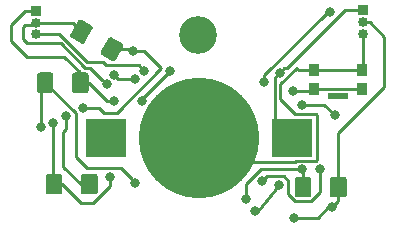
<source format=gbr>
G04 #@! TF.GenerationSoftware,KiCad,Pcbnew,(5.1.5)-3*
G04 #@! TF.CreationDate,2020-05-15T21:02:07+03:00*
G04 #@! TF.ProjectId,ButterflyJewel,42757474-6572-4666-9c79-4a6577656c2e,rev?*
G04 #@! TF.SameCoordinates,Original*
G04 #@! TF.FileFunction,Copper,L2,Bot*
G04 #@! TF.FilePolarity,Positive*
%FSLAX46Y46*%
G04 Gerber Fmt 4.6, Leading zero omitted, Abs format (unit mm)*
G04 Created by KiCad (PCBNEW (5.1.5)-3) date 2020-05-15 21:02:07*
%MOMM*%
%LPD*%
G04 APERTURE LIST*
%ADD10R,1.700000X0.550000*%
%ADD11R,0.900000X1.000000*%
%ADD12O,0.850000X0.850000*%
%ADD13R,0.850000X0.850000*%
%ADD14C,0.100000*%
%ADD15C,10.200000*%
%ADD16R,3.500000X3.300000*%
%ADD17C,3.200000*%
%ADD18C,0.800000*%
%ADD19C,0.250000*%
G04 APERTURE END LIST*
D10*
X207835500Y-37874000D03*
D11*
X205785500Y-37249000D03*
X205785500Y-35649000D03*
X209885500Y-37249000D03*
X209885500Y-35649000D03*
D12*
X209931000Y-32607000D03*
X209931000Y-31607000D03*
D13*
X209931000Y-30607000D03*
D12*
X182245000Y-32670500D03*
X182245000Y-31670500D03*
D13*
X182245000Y-30670500D03*
G04 #@! TA.AperFunction,SMDPad,CuDef*
D14*
G36*
X187267504Y-44465204D02*
G01*
X187291773Y-44468804D01*
X187315571Y-44474765D01*
X187338671Y-44483030D01*
X187360849Y-44493520D01*
X187381893Y-44506133D01*
X187401598Y-44520747D01*
X187419777Y-44537223D01*
X187436253Y-44555402D01*
X187450867Y-44575107D01*
X187463480Y-44596151D01*
X187473970Y-44618329D01*
X187482235Y-44641429D01*
X187488196Y-44665227D01*
X187491796Y-44689496D01*
X187493000Y-44714000D01*
X187493000Y-45964000D01*
X187491796Y-45988504D01*
X187488196Y-46012773D01*
X187482235Y-46036571D01*
X187473970Y-46059671D01*
X187463480Y-46081849D01*
X187450867Y-46102893D01*
X187436253Y-46122598D01*
X187419777Y-46140777D01*
X187401598Y-46157253D01*
X187381893Y-46171867D01*
X187360849Y-46184480D01*
X187338671Y-46194970D01*
X187315571Y-46203235D01*
X187291773Y-46209196D01*
X187267504Y-46212796D01*
X187243000Y-46214000D01*
X186318000Y-46214000D01*
X186293496Y-46212796D01*
X186269227Y-46209196D01*
X186245429Y-46203235D01*
X186222329Y-46194970D01*
X186200151Y-46184480D01*
X186179107Y-46171867D01*
X186159402Y-46157253D01*
X186141223Y-46140777D01*
X186124747Y-46122598D01*
X186110133Y-46102893D01*
X186097520Y-46081849D01*
X186087030Y-46059671D01*
X186078765Y-46036571D01*
X186072804Y-46012773D01*
X186069204Y-45988504D01*
X186068000Y-45964000D01*
X186068000Y-44714000D01*
X186069204Y-44689496D01*
X186072804Y-44665227D01*
X186078765Y-44641429D01*
X186087030Y-44618329D01*
X186097520Y-44596151D01*
X186110133Y-44575107D01*
X186124747Y-44555402D01*
X186141223Y-44537223D01*
X186159402Y-44520747D01*
X186179107Y-44506133D01*
X186200151Y-44493520D01*
X186222329Y-44483030D01*
X186245429Y-44474765D01*
X186269227Y-44468804D01*
X186293496Y-44465204D01*
X186318000Y-44464000D01*
X187243000Y-44464000D01*
X187267504Y-44465204D01*
G37*
G04 #@! TD.AperFunction*
G04 #@! TA.AperFunction,SMDPad,CuDef*
G36*
X184292504Y-44465204D02*
G01*
X184316773Y-44468804D01*
X184340571Y-44474765D01*
X184363671Y-44483030D01*
X184385849Y-44493520D01*
X184406893Y-44506133D01*
X184426598Y-44520747D01*
X184444777Y-44537223D01*
X184461253Y-44555402D01*
X184475867Y-44575107D01*
X184488480Y-44596151D01*
X184498970Y-44618329D01*
X184507235Y-44641429D01*
X184513196Y-44665227D01*
X184516796Y-44689496D01*
X184518000Y-44714000D01*
X184518000Y-45964000D01*
X184516796Y-45988504D01*
X184513196Y-46012773D01*
X184507235Y-46036571D01*
X184498970Y-46059671D01*
X184488480Y-46081849D01*
X184475867Y-46102893D01*
X184461253Y-46122598D01*
X184444777Y-46140777D01*
X184426598Y-46157253D01*
X184406893Y-46171867D01*
X184385849Y-46184480D01*
X184363671Y-46194970D01*
X184340571Y-46203235D01*
X184316773Y-46209196D01*
X184292504Y-46212796D01*
X184268000Y-46214000D01*
X183343000Y-46214000D01*
X183318496Y-46212796D01*
X183294227Y-46209196D01*
X183270429Y-46203235D01*
X183247329Y-46194970D01*
X183225151Y-46184480D01*
X183204107Y-46171867D01*
X183184402Y-46157253D01*
X183166223Y-46140777D01*
X183149747Y-46122598D01*
X183135133Y-46102893D01*
X183122520Y-46081849D01*
X183112030Y-46059671D01*
X183103765Y-46036571D01*
X183097804Y-46012773D01*
X183094204Y-45988504D01*
X183093000Y-45964000D01*
X183093000Y-44714000D01*
X183094204Y-44689496D01*
X183097804Y-44665227D01*
X183103765Y-44641429D01*
X183112030Y-44618329D01*
X183122520Y-44596151D01*
X183135133Y-44575107D01*
X183149747Y-44555402D01*
X183166223Y-44537223D01*
X183184402Y-44520747D01*
X183204107Y-44506133D01*
X183225151Y-44493520D01*
X183247329Y-44483030D01*
X183270429Y-44474765D01*
X183294227Y-44468804D01*
X183318496Y-44465204D01*
X183343000Y-44464000D01*
X184268000Y-44464000D01*
X184292504Y-44465204D01*
G37*
G04 #@! TD.AperFunction*
G04 #@! TA.AperFunction,SMDPad,CuDef*
G36*
X186505504Y-35892704D02*
G01*
X186529773Y-35896304D01*
X186553571Y-35902265D01*
X186576671Y-35910530D01*
X186598849Y-35921020D01*
X186619893Y-35933633D01*
X186639598Y-35948247D01*
X186657777Y-35964723D01*
X186674253Y-35982902D01*
X186688867Y-36002607D01*
X186701480Y-36023651D01*
X186711970Y-36045829D01*
X186720235Y-36068929D01*
X186726196Y-36092727D01*
X186729796Y-36116996D01*
X186731000Y-36141500D01*
X186731000Y-37391500D01*
X186729796Y-37416004D01*
X186726196Y-37440273D01*
X186720235Y-37464071D01*
X186711970Y-37487171D01*
X186701480Y-37509349D01*
X186688867Y-37530393D01*
X186674253Y-37550098D01*
X186657777Y-37568277D01*
X186639598Y-37584753D01*
X186619893Y-37599367D01*
X186598849Y-37611980D01*
X186576671Y-37622470D01*
X186553571Y-37630735D01*
X186529773Y-37636696D01*
X186505504Y-37640296D01*
X186481000Y-37641500D01*
X185556000Y-37641500D01*
X185531496Y-37640296D01*
X185507227Y-37636696D01*
X185483429Y-37630735D01*
X185460329Y-37622470D01*
X185438151Y-37611980D01*
X185417107Y-37599367D01*
X185397402Y-37584753D01*
X185379223Y-37568277D01*
X185362747Y-37550098D01*
X185348133Y-37530393D01*
X185335520Y-37509349D01*
X185325030Y-37487171D01*
X185316765Y-37464071D01*
X185310804Y-37440273D01*
X185307204Y-37416004D01*
X185306000Y-37391500D01*
X185306000Y-36141500D01*
X185307204Y-36116996D01*
X185310804Y-36092727D01*
X185316765Y-36068929D01*
X185325030Y-36045829D01*
X185335520Y-36023651D01*
X185348133Y-36002607D01*
X185362747Y-35982902D01*
X185379223Y-35964723D01*
X185397402Y-35948247D01*
X185417107Y-35933633D01*
X185438151Y-35921020D01*
X185460329Y-35910530D01*
X185483429Y-35902265D01*
X185507227Y-35896304D01*
X185531496Y-35892704D01*
X185556000Y-35891500D01*
X186481000Y-35891500D01*
X186505504Y-35892704D01*
G37*
G04 #@! TD.AperFunction*
G04 #@! TA.AperFunction,SMDPad,CuDef*
G36*
X183530504Y-35892704D02*
G01*
X183554773Y-35896304D01*
X183578571Y-35902265D01*
X183601671Y-35910530D01*
X183623849Y-35921020D01*
X183644893Y-35933633D01*
X183664598Y-35948247D01*
X183682777Y-35964723D01*
X183699253Y-35982902D01*
X183713867Y-36002607D01*
X183726480Y-36023651D01*
X183736970Y-36045829D01*
X183745235Y-36068929D01*
X183751196Y-36092727D01*
X183754796Y-36116996D01*
X183756000Y-36141500D01*
X183756000Y-37391500D01*
X183754796Y-37416004D01*
X183751196Y-37440273D01*
X183745235Y-37464071D01*
X183736970Y-37487171D01*
X183726480Y-37509349D01*
X183713867Y-37530393D01*
X183699253Y-37550098D01*
X183682777Y-37568277D01*
X183664598Y-37584753D01*
X183644893Y-37599367D01*
X183623849Y-37611980D01*
X183601671Y-37622470D01*
X183578571Y-37630735D01*
X183554773Y-37636696D01*
X183530504Y-37640296D01*
X183506000Y-37641500D01*
X182581000Y-37641500D01*
X182556496Y-37640296D01*
X182532227Y-37636696D01*
X182508429Y-37630735D01*
X182485329Y-37622470D01*
X182463151Y-37611980D01*
X182442107Y-37599367D01*
X182422402Y-37584753D01*
X182404223Y-37568277D01*
X182387747Y-37550098D01*
X182373133Y-37530393D01*
X182360520Y-37509349D01*
X182350030Y-37487171D01*
X182341765Y-37464071D01*
X182335804Y-37440273D01*
X182332204Y-37416004D01*
X182331000Y-37391500D01*
X182331000Y-36141500D01*
X182332204Y-36116996D01*
X182335804Y-36092727D01*
X182341765Y-36068929D01*
X182350030Y-36045829D01*
X182360520Y-36023651D01*
X182373133Y-36002607D01*
X182387747Y-35982902D01*
X182404223Y-35964723D01*
X182422402Y-35948247D01*
X182442107Y-35933633D01*
X182463151Y-35921020D01*
X182485329Y-35910530D01*
X182508429Y-35902265D01*
X182532227Y-35896304D01*
X182556496Y-35892704D01*
X182581000Y-35891500D01*
X183506000Y-35891500D01*
X183530504Y-35892704D01*
G37*
G04 #@! TD.AperFunction*
G04 #@! TA.AperFunction,SMDPad,CuDef*
G36*
X208349504Y-44719204D02*
G01*
X208373773Y-44722804D01*
X208397571Y-44728765D01*
X208420671Y-44737030D01*
X208442849Y-44747520D01*
X208463893Y-44760133D01*
X208483598Y-44774747D01*
X208501777Y-44791223D01*
X208518253Y-44809402D01*
X208532867Y-44829107D01*
X208545480Y-44850151D01*
X208555970Y-44872329D01*
X208564235Y-44895429D01*
X208570196Y-44919227D01*
X208573796Y-44943496D01*
X208575000Y-44968000D01*
X208575000Y-46218000D01*
X208573796Y-46242504D01*
X208570196Y-46266773D01*
X208564235Y-46290571D01*
X208555970Y-46313671D01*
X208545480Y-46335849D01*
X208532867Y-46356893D01*
X208518253Y-46376598D01*
X208501777Y-46394777D01*
X208483598Y-46411253D01*
X208463893Y-46425867D01*
X208442849Y-46438480D01*
X208420671Y-46448970D01*
X208397571Y-46457235D01*
X208373773Y-46463196D01*
X208349504Y-46466796D01*
X208325000Y-46468000D01*
X207400000Y-46468000D01*
X207375496Y-46466796D01*
X207351227Y-46463196D01*
X207327429Y-46457235D01*
X207304329Y-46448970D01*
X207282151Y-46438480D01*
X207261107Y-46425867D01*
X207241402Y-46411253D01*
X207223223Y-46394777D01*
X207206747Y-46376598D01*
X207192133Y-46356893D01*
X207179520Y-46335849D01*
X207169030Y-46313671D01*
X207160765Y-46290571D01*
X207154804Y-46266773D01*
X207151204Y-46242504D01*
X207150000Y-46218000D01*
X207150000Y-44968000D01*
X207151204Y-44943496D01*
X207154804Y-44919227D01*
X207160765Y-44895429D01*
X207169030Y-44872329D01*
X207179520Y-44850151D01*
X207192133Y-44829107D01*
X207206747Y-44809402D01*
X207223223Y-44791223D01*
X207241402Y-44774747D01*
X207261107Y-44760133D01*
X207282151Y-44747520D01*
X207304329Y-44737030D01*
X207327429Y-44728765D01*
X207351227Y-44722804D01*
X207375496Y-44719204D01*
X207400000Y-44718000D01*
X208325000Y-44718000D01*
X208349504Y-44719204D01*
G37*
G04 #@! TD.AperFunction*
G04 #@! TA.AperFunction,SMDPad,CuDef*
G36*
X205374504Y-44719204D02*
G01*
X205398773Y-44722804D01*
X205422571Y-44728765D01*
X205445671Y-44737030D01*
X205467849Y-44747520D01*
X205488893Y-44760133D01*
X205508598Y-44774747D01*
X205526777Y-44791223D01*
X205543253Y-44809402D01*
X205557867Y-44829107D01*
X205570480Y-44850151D01*
X205580970Y-44872329D01*
X205589235Y-44895429D01*
X205595196Y-44919227D01*
X205598796Y-44943496D01*
X205600000Y-44968000D01*
X205600000Y-46218000D01*
X205598796Y-46242504D01*
X205595196Y-46266773D01*
X205589235Y-46290571D01*
X205580970Y-46313671D01*
X205570480Y-46335849D01*
X205557867Y-46356893D01*
X205543253Y-46376598D01*
X205526777Y-46394777D01*
X205508598Y-46411253D01*
X205488893Y-46425867D01*
X205467849Y-46438480D01*
X205445671Y-46448970D01*
X205422571Y-46457235D01*
X205398773Y-46463196D01*
X205374504Y-46466796D01*
X205350000Y-46468000D01*
X204425000Y-46468000D01*
X204400496Y-46466796D01*
X204376227Y-46463196D01*
X204352429Y-46457235D01*
X204329329Y-46448970D01*
X204307151Y-46438480D01*
X204286107Y-46425867D01*
X204266402Y-46411253D01*
X204248223Y-46394777D01*
X204231747Y-46376598D01*
X204217133Y-46356893D01*
X204204520Y-46335849D01*
X204194030Y-46313671D01*
X204185765Y-46290571D01*
X204179804Y-46266773D01*
X204176204Y-46242504D01*
X204175000Y-46218000D01*
X204175000Y-44968000D01*
X204176204Y-44943496D01*
X204179804Y-44919227D01*
X204185765Y-44895429D01*
X204194030Y-44872329D01*
X204204520Y-44850151D01*
X204217133Y-44829107D01*
X204231747Y-44809402D01*
X204248223Y-44791223D01*
X204266402Y-44774747D01*
X204286107Y-44760133D01*
X204307151Y-44747520D01*
X204329329Y-44737030D01*
X204352429Y-44728765D01*
X204376227Y-44722804D01*
X204400496Y-44719204D01*
X204425000Y-44718000D01*
X205350000Y-44718000D01*
X205374504Y-44719204D01*
G37*
G04 #@! TD.AperFunction*
D15*
X196088000Y-41402000D03*
D16*
X203988000Y-41402000D03*
X188188000Y-41402000D03*
G04 #@! TA.AperFunction,SMDPad,CuDef*
D14*
G36*
X186072561Y-31410552D02*
G01*
X186096698Y-31414944D01*
X186120289Y-31421680D01*
X186143106Y-31430697D01*
X186164929Y-31441907D01*
X186966003Y-31904407D01*
X186986622Y-31917701D01*
X187005839Y-31932953D01*
X187023469Y-31950015D01*
X187039341Y-31968723D01*
X187053304Y-31988896D01*
X187065221Y-32010341D01*
X187074979Y-32032850D01*
X187082484Y-32056208D01*
X187087664Y-32080189D01*
X187090468Y-32104562D01*
X187090869Y-32129093D01*
X187088864Y-32153544D01*
X187084472Y-32177682D01*
X187077736Y-32201273D01*
X187068719Y-32224090D01*
X187057509Y-32245913D01*
X186432509Y-33328445D01*
X186419215Y-33349064D01*
X186403963Y-33368281D01*
X186386901Y-33385911D01*
X186368193Y-33401783D01*
X186348020Y-33415746D01*
X186326575Y-33427663D01*
X186304066Y-33437421D01*
X186280708Y-33444926D01*
X186256727Y-33450106D01*
X186232354Y-33452910D01*
X186207823Y-33453311D01*
X186183371Y-33451306D01*
X186159234Y-33446914D01*
X186135643Y-33440178D01*
X186112826Y-33431161D01*
X186091003Y-33419951D01*
X185289929Y-32957451D01*
X185269310Y-32944157D01*
X185250093Y-32928905D01*
X185232463Y-32911843D01*
X185216591Y-32893135D01*
X185202628Y-32872962D01*
X185190711Y-32851517D01*
X185180953Y-32829008D01*
X185173448Y-32805650D01*
X185168268Y-32781669D01*
X185165464Y-32757296D01*
X185165063Y-32732765D01*
X185167068Y-32708314D01*
X185171460Y-32684176D01*
X185178196Y-32660585D01*
X185187213Y-32637768D01*
X185198423Y-32615945D01*
X185823423Y-31533413D01*
X185836717Y-31512794D01*
X185851969Y-31493577D01*
X185869031Y-31475947D01*
X185887739Y-31460075D01*
X185907912Y-31446112D01*
X185929357Y-31434195D01*
X185951866Y-31424437D01*
X185975224Y-31416932D01*
X185999205Y-31411752D01*
X186023578Y-31408948D01*
X186048109Y-31408547D01*
X186072561Y-31410552D01*
G37*
G04 #@! TD.AperFunction*
G04 #@! TA.AperFunction,SMDPad,CuDef*
G36*
X188648987Y-32898052D02*
G01*
X188673124Y-32902444D01*
X188696715Y-32909180D01*
X188719532Y-32918197D01*
X188741355Y-32929407D01*
X189542429Y-33391907D01*
X189563048Y-33405201D01*
X189582265Y-33420453D01*
X189599895Y-33437515D01*
X189615767Y-33456223D01*
X189629730Y-33476396D01*
X189641647Y-33497841D01*
X189651405Y-33520350D01*
X189658910Y-33543708D01*
X189664090Y-33567689D01*
X189666894Y-33592062D01*
X189667295Y-33616593D01*
X189665290Y-33641044D01*
X189660898Y-33665182D01*
X189654162Y-33688773D01*
X189645145Y-33711590D01*
X189633935Y-33733413D01*
X189008935Y-34815945D01*
X188995641Y-34836564D01*
X188980389Y-34855781D01*
X188963327Y-34873411D01*
X188944619Y-34889283D01*
X188924446Y-34903246D01*
X188903001Y-34915163D01*
X188880492Y-34924921D01*
X188857134Y-34932426D01*
X188833153Y-34937606D01*
X188808780Y-34940410D01*
X188784249Y-34940811D01*
X188759797Y-34938806D01*
X188735660Y-34934414D01*
X188712069Y-34927678D01*
X188689252Y-34918661D01*
X188667429Y-34907451D01*
X187866355Y-34444951D01*
X187845736Y-34431657D01*
X187826519Y-34416405D01*
X187808889Y-34399343D01*
X187793017Y-34380635D01*
X187779054Y-34360462D01*
X187767137Y-34339017D01*
X187757379Y-34316508D01*
X187749874Y-34293150D01*
X187744694Y-34269169D01*
X187741890Y-34244796D01*
X187741489Y-34220265D01*
X187743494Y-34195814D01*
X187747886Y-34171676D01*
X187754622Y-34148085D01*
X187763639Y-34125268D01*
X187774849Y-34103445D01*
X188399849Y-33020913D01*
X188413143Y-33000294D01*
X188428395Y-32981077D01*
X188445457Y-32963447D01*
X188464165Y-32947575D01*
X188484338Y-32933612D01*
X188505783Y-32921695D01*
X188528292Y-32911937D01*
X188551650Y-32904432D01*
X188575631Y-32899252D01*
X188600004Y-32896448D01*
X188624535Y-32896047D01*
X188648987Y-32898052D01*
G37*
G04 #@! TD.AperFunction*
D17*
X196024500Y-32702500D03*
D18*
X202909590Y-35904590D03*
X195994261Y-39687500D03*
X188272840Y-36888840D03*
X200850500Y-47625000D03*
X202882500Y-45402500D03*
X207327500Y-47307500D03*
X204152500Y-48196500D03*
X182689500Y-40513000D03*
X190694323Y-45249103D03*
X183744490Y-40195500D03*
X188531500Y-44711501D03*
X191452500Y-35750500D03*
X186283048Y-38855264D03*
X190500000Y-34099500D03*
X201612500Y-36703000D03*
X207200500Y-30734000D03*
X204787500Y-44102045D03*
X200088500Y-46609000D03*
X204787500Y-38608000D03*
X207581500Y-39497000D03*
X188917153Y-38295153D03*
X206348500Y-44069000D03*
X201388127Y-45109553D03*
X184785000Y-39560500D03*
X190627000Y-36449000D03*
X188917969Y-36124751D03*
X204025500Y-37465000D03*
X193616160Y-35745840D03*
X191262000Y-38290500D03*
D19*
X209931000Y-30607000D02*
X208397680Y-30607000D01*
X203888000Y-41402000D02*
X202495989Y-40009989D01*
X202509591Y-36304589D02*
X202909590Y-35904590D01*
X203500089Y-35504591D02*
X203309589Y-35504591D01*
X202495989Y-40009989D02*
X202495989Y-36318191D01*
X208397680Y-30607000D02*
X203500089Y-35504591D01*
X203988000Y-41402000D02*
X203888000Y-41402000D01*
X202495989Y-36318191D02*
X202509591Y-36304589D01*
X203309589Y-35504591D02*
X202909590Y-35904590D01*
X209931000Y-35603500D02*
X209885500Y-35649000D01*
X209931000Y-32607000D02*
X209931000Y-35603500D01*
X205785500Y-35649000D02*
X209885500Y-35649000D01*
X195994261Y-41308261D02*
X196088000Y-41402000D01*
X195994261Y-39687500D02*
X195994261Y-41308261D01*
X198188001Y-43502001D02*
X196088000Y-41402000D01*
X204191469Y-43502001D02*
X198188001Y-43502001D01*
X204316469Y-43377001D02*
X204191469Y-43502001D01*
X205998001Y-43377001D02*
X204316469Y-43377001D01*
X204209499Y-39426999D02*
X205998001Y-39426999D01*
X204495500Y-35649000D02*
X204343000Y-35496500D01*
X206063001Y-39491999D02*
X206063001Y-43312001D01*
X205785500Y-35649000D02*
X204495500Y-35649000D01*
X202946000Y-38163500D02*
X204209499Y-39426999D01*
X204343000Y-35496500D02*
X202946000Y-36893500D01*
X202946000Y-36893500D02*
X202946000Y-38163500D01*
X205998001Y-39426999D02*
X206063001Y-39491999D01*
X206063001Y-43312001D02*
X205998001Y-43377001D01*
X185367537Y-31670500D02*
X182245000Y-31670500D01*
X186127966Y-32430929D02*
X185367537Y-31670500D01*
X186127966Y-32430929D02*
X185606380Y-31909343D01*
X201050319Y-47625000D02*
X200850500Y-47625000D01*
X202882500Y-45402500D02*
X201050319Y-47625000D01*
X187872841Y-36488841D02*
X188272840Y-36888840D01*
X186870003Y-35486003D02*
X187872841Y-36488841D01*
X186441321Y-35486003D02*
X186870003Y-35486003D01*
X184375819Y-33420501D02*
X186441321Y-35486003D01*
X181323657Y-31909343D02*
X181165500Y-32067500D01*
X181896155Y-31909343D02*
X181323657Y-31909343D01*
X181165500Y-32067500D02*
X181165500Y-33083500D01*
X181165500Y-33083500D02*
X181502501Y-33420501D01*
X181502501Y-33420501D02*
X184375819Y-33420501D01*
X207862500Y-45593000D02*
X207862500Y-40994000D01*
X210532040Y-31607000D02*
X209931000Y-31607000D01*
X211770976Y-32845936D02*
X210532040Y-31607000D01*
X211770976Y-37085524D02*
X211770976Y-32845936D01*
X207862500Y-40994000D02*
X211770976Y-37085524D01*
X207862500Y-45593000D02*
X207862500Y-46772500D01*
X207862500Y-46772500D02*
X207327500Y-47307500D01*
X207010000Y-47307500D02*
X207327500Y-47307500D01*
X204152500Y-48196500D02*
X206121000Y-48196500D01*
X206121000Y-48196500D02*
X207010000Y-47307500D01*
X182689500Y-37120500D02*
X183043500Y-36766500D01*
X182689500Y-40513000D02*
X182689500Y-37120500D01*
X186562499Y-43986501D02*
X189431721Y-43986501D01*
X185635001Y-43059003D02*
X186562499Y-43986501D01*
X189431721Y-43986501D02*
X190294324Y-44849104D01*
X185635001Y-39358001D02*
X185635001Y-43059003D01*
X190294324Y-44849104D02*
X190694323Y-45249103D01*
X183043500Y-36766500D02*
X185635001Y-39358001D01*
X183744490Y-40761185D02*
X183744490Y-40195500D01*
X183805500Y-44464000D02*
X183744490Y-44402990D01*
X183744490Y-44402990D02*
X183744490Y-40761185D01*
X183805500Y-45339000D02*
X183805500Y-44464000D01*
X184518000Y-45339000D02*
X186105500Y-46926500D01*
X183805500Y-45339000D02*
X184518000Y-45339000D01*
X188531500Y-45277186D02*
X188531500Y-44711501D01*
X187093690Y-46926500D02*
X188531500Y-45488690D01*
X188531500Y-45488690D02*
X188531500Y-45277186D01*
X186105500Y-46926500D02*
X187093690Y-46926500D01*
X187986471Y-35035993D02*
X186627721Y-35035993D01*
X182846040Y-32670500D02*
X182245000Y-32670500D01*
X188215898Y-35265420D02*
X187986471Y-35035993D01*
X191452500Y-35750500D02*
X190967420Y-35265420D01*
X190967420Y-35265420D02*
X188215898Y-35265420D01*
X186627721Y-35035993D02*
X184262228Y-32670500D01*
X184262228Y-32670500D02*
X182846040Y-32670500D01*
X190318929Y-33918429D02*
X190500000Y-34099500D01*
X188704392Y-33918429D02*
X190318929Y-33918429D01*
X207015815Y-30734000D02*
X207200500Y-30734000D01*
X201612500Y-36703000D02*
X201612500Y-36137315D01*
X201612500Y-36137315D02*
X207015815Y-30734000D01*
X187585736Y-38855264D02*
X186283048Y-38855264D01*
X191452500Y-34099500D02*
X192881250Y-35528250D01*
X188036972Y-39306500D02*
X187585736Y-38855264D01*
X192881250Y-35528250D02*
X189103000Y-39306500D01*
X190500000Y-34099500D02*
X191452500Y-34099500D01*
X189103000Y-39306500D02*
X188036972Y-39306500D01*
X204887500Y-44202045D02*
X204787500Y-44102045D01*
X204887500Y-45593000D02*
X204887500Y-44202045D01*
X201337359Y-44102045D02*
X204221815Y-44102045D01*
X200088500Y-45350904D02*
X201337359Y-44102045D01*
X204221815Y-44102045D02*
X204787500Y-44102045D01*
X200088500Y-46609000D02*
X200088500Y-45350904D01*
X186018500Y-35891500D02*
X184671000Y-34544000D01*
X186018500Y-36766500D02*
X186018500Y-35891500D01*
X184671000Y-34544000D02*
X181483000Y-34544000D01*
X181483000Y-34544000D02*
X180149500Y-33210500D01*
X181320000Y-30670500D02*
X182245000Y-30670500D01*
X180149500Y-31841000D02*
X181320000Y-30670500D01*
X180149500Y-33210500D02*
X180149500Y-31841000D01*
X204787500Y-38608000D02*
X206692500Y-38608000D01*
X206692500Y-38608000D02*
X207581500Y-39497000D01*
X188259653Y-38295153D02*
X188917153Y-38295153D01*
X186018500Y-36766500D02*
X186731000Y-36766500D01*
X186731000Y-36766500D02*
X188259653Y-38295153D01*
X201788126Y-44709554D02*
X201388127Y-45109553D01*
X201820181Y-44677499D02*
X201788126Y-44709554D01*
X203607501Y-45054499D02*
X203230501Y-44677499D01*
X203230501Y-44677499D02*
X201820181Y-44677499D01*
X203607501Y-46213691D02*
X203607501Y-45054499D01*
X204186820Y-46793010D02*
X203607501Y-46213691D01*
X205588180Y-46793010D02*
X204186820Y-46793010D01*
X206348500Y-46032690D02*
X205588180Y-46793010D01*
X206348500Y-44069000D02*
X206348500Y-46032690D01*
X184785000Y-40703500D02*
X184594500Y-40894000D01*
X184785000Y-39560500D02*
X184785000Y-40703500D01*
X186068000Y-45339000D02*
X186780500Y-45339000D01*
X184594500Y-43865500D02*
X186068000Y-45339000D01*
X184594500Y-40894000D02*
X184594500Y-43865500D01*
X189242218Y-36449000D02*
X188917969Y-36124751D01*
X190627000Y-36449000D02*
X189242218Y-36449000D01*
X209185500Y-37249000D02*
X205785500Y-37249000D01*
X209885500Y-37249000D02*
X209185500Y-37249000D01*
X205569500Y-37465000D02*
X205785500Y-37249000D01*
X204025500Y-37465000D02*
X205569500Y-37465000D01*
X191262000Y-38290500D02*
X191005701Y-38356299D01*
X191005701Y-38356299D02*
X193616160Y-35745840D01*
M02*

</source>
